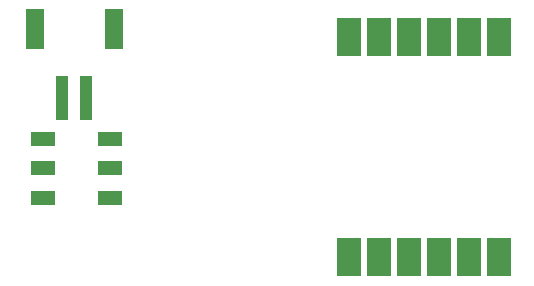
<source format=gbp>
G04 Layer: BottomPasteMaskLayer*
G04 EasyEDA v6.5.29, 2023-07-20 15:37:45*
G04 17ac077c781348d4b2828c41e336cf63,4bfb672c99b74c95bcb02992393faf10,10*
G04 Gerber Generator version 0.2*
G04 Scale: 100 percent, Rotated: No, Reflected: No *
G04 Dimensions in millimeters *
G04 leading zeros omitted , absolute positions ,4 integer and 5 decimal *
%FSLAX45Y45*%
%MOMM*%

%AMMACRO1*21,1,$1,$2,0,0,$3*%
%ADD10MACRO1,2X3.2X0.0000*%
%ADD11MACRO1,1.1999X2X90.0000*%
%ADD12MACRO1,1X3.8X0.0000*%
%ADD13MACRO1,1.5X3.4X0.0000*%

%LPD*%
D10*
G01*
X7378697Y7289797D03*
G01*
X7124700Y7289797D03*
G01*
X6870700Y7289797D03*
G01*
X6616700Y7289797D03*
G01*
X6362700Y7289797D03*
G01*
X6108700Y7289772D03*
G01*
X6108700Y9149768D03*
G01*
X6362700Y9149768D03*
G01*
X6616700Y9149768D03*
G01*
X6870700Y9149768D03*
G01*
X7124700Y9149768D03*
G01*
X7378700Y9149768D03*
D11*
G01*
X4089397Y8039100D03*
G01*
X4089400Y7789100D03*
G01*
X3519403Y8289099D03*
G01*
X3519398Y8039100D03*
G01*
X3519398Y7789100D03*
G01*
X4089400Y8289099D03*
D12*
G01*
X3684600Y8635601D03*
G01*
X3884599Y8635601D03*
D13*
G01*
X4119603Y9220597D03*
G01*
X3449596Y9220597D03*
M02*

</source>
